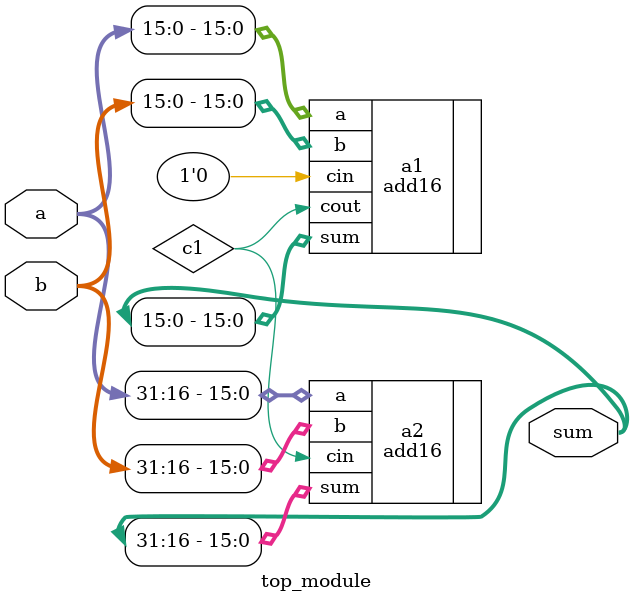
<source format=v>

module top_module(
    input [31:0] a,
    input [31:0] b,
    output [31:0] sum
);
    wire c1;
    // Lower bits adder
    add16 a1 (.a(a[15:0]), .b(b[15:0]), .cin(1'b0), .cout(c1), .sum(sum[15:0]));
    // Upper bits adder
    add16 a2 (.a(a[31:16]), .b(b[31:16]), .cin(c1), .sum(sum[31:16]));

endmodule

</source>
